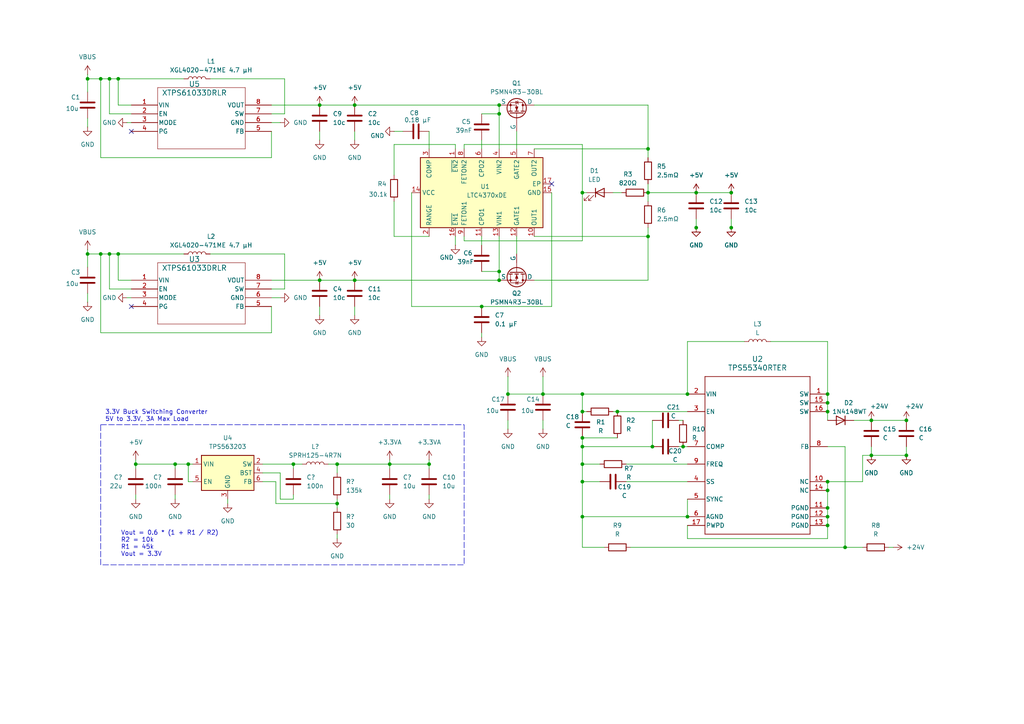
<source format=kicad_sch>
(kicad_sch (version 20250114) (generator "eeschema") (generator_version "9.0")
  (paper "A4")
  (lib_symbols
    (symbol "Device:C" (pin_numbers (hide yes)) (pin_names (offset 0.254))
      (property "Reference" "C" (at 0.635 2.54 0))
      (property "Value" "C" (at 0.635 -2.54 0))
      (symbol "C_0_1"
        (polyline (pts (xy -2.032 0.762) (xy 2.032 0.762)) (stroke (width 0.508)))
        (polyline (pts (xy -2.032 -0.762) (xy 2.032 -0.762)) (stroke (width 0.508)))
      )
      (symbol "C_1_1"
        (pin passive line (at 0 3.81 270) (length 2.794) (name "~") (number "1"))
        (pin passive line (at 0 -3.81 90) (length 2.794) (name "~") (number "2"))
      )
    )
    (symbol "Device:L" (pin_numbers (hide yes)) (pin_names (offset 1.016) (hide yes))
      (property "Reference" "L" (at -1.27 0 90))
      (property "Value" "L" (at 1.905 0 90))
      (symbol "L_0_1"
        (arc (start 0 2.54) (mid 0.6323 1.905) (end 0 1.27))
        (arc (start 0 1.27) (mid 0.6323 0.635) (end 0 0))
        (arc (start 0 0) (mid 0.6323 -0.635) (end 0 -1.27))
        (arc (start 0 -1.27) (mid 0.6323 -1.905) (end 0 -2.54))
      )
      (symbol "L_1_1"
        (pin passive line (at 0 3.81 270) (length 1.27) (name "1") (number "1"))
        (pin passive line (at 0 -3.81 90) (length 1.27) (name "2") (number "2"))
      )
    )
    (symbol "Device:LED" (pin_numbers (hide yes)) (pin_names (offset 1.016) (hide yes))
      (property "Reference" "D" (at 0 2.54 0))
      (property "Value" "LED" (at 0 -2.54 0))
      (symbol "LED_0_1"
        (polyline (pts (xy -3.048 -0.762) (xy -4.572 -2.286) (xy -3.81 -2.286) (xy -4.572 -2.286) (xy -4.572 -1.524)))
        (polyline (pts (xy -1.778 -0.762) (xy -3.302 -2.286) (xy -2.54 -2.286) (xy -3.302 -2.286) (xy -3.302 -1.524)))
        (polyline (pts (xy -1.27 0) (xy 1.27 0)))
        (polyline (pts (xy -1.27 -1.27) (xy -1.27 1.27)) (stroke (width 0.254)))
        (polyline (pts (xy 1.27 -1.27) (xy 1.27 1.27) (xy -1.27 0) (xy 1.27 -1.27)) (stroke (width 0.254)))
      )
      (symbol "LED_1_1"
        (pin passive line (at -3.81 0 0) (length 2.54) (name "K") (number "1"))
        (pin passive line (at 3.81 0 180) (length 2.54) (name "A") (number "2"))
      )
    )
    (symbol "Device:R" (pin_numbers (hide yes)) (pin_names (offset 0))
      (property "Reference" "R" (at 2.032 0 90))
      (property "Value" "R" (at 0 0 90))
      (symbol "R_0_1"
        (rectangle (start -1.016 -2.54) (end 1.016 2.54) (stroke (width 0.254)))
      )
      (symbol "R_1_1"
        (pin passive line (at 0 3.81 270) (length 1.27) (name "~") (number "1"))
        (pin passive line (at 0 -3.81 90) (length 1.27) (name "~") (number "2"))
      )
    )
    (symbol "Diode:1N4148WT" (pin_numbers (hide yes)) (pin_names (hide yes))
      (property "Reference" "D" (at 0 2.54 0))
      (property "Value" "1N4148WT" (at 0 -2.54 0))
      (symbol "1N4148WT_0_1"
        (polyline (pts (xy -1.27 1.27) (xy -1.27 -1.27)) (stroke (width 0.254)))
        (polyline (pts (xy 1.27 1.27) (xy 1.27 -1.27) (xy -1.27 0) (xy 1.27 1.27)) (stroke (width 0.254)))
        (polyline (pts (xy 1.27 0) (xy -1.27 0)))
      )
      (symbol "1N4148WT_1_1"
        (pin passive line (at -3.81 0 0) (length 2.54) (name "K") (number "1"))
        (pin passive line (at 3.81 0 180) (length 2.54) (name "A") (number "2"))
      )
    )
    (symbol "Power_Management:LTC4370xDE"
      (property "Reference" "U" (at -8.89 19.05 0))
      (property "Value" "LTC4370xDE" (at 7.62 19.05 0))
      (symbol "LTC4370xDE_0_1"
        (rectangle (start -10.16 17.78) (end 10.16 -17.78) (stroke (width 0.254)) (fill (type background)))
      )
      (symbol "LTC4370xDE_1_1"
        (pin passive line (at -12.7 15.24 0) (length 2.54) (name "RANGE") (number "2"))
        (pin input line (at -12.7 7.62 0) (length 2.54) (name "~{EN1}") (number "16"))
        (pin open_collector line (at -12.7 5.08 0) (length 2.54) (name "FETON1") (number "9"))
        (pin passive line (at -12.7 0 0) (length 2.54) (name "CPO1") (number "11"))
        (pin power_in line (at -12.7 -5.08 0) (length 2.54) (name "VIN1") (number "13"))
        (pin output line (at -12.7 -10.16 0) (length 2.54) (name "GATE1") (number "12"))
        (pin input line (at -12.7 -15.24 0) (length 2.54) (name "OUT1") (number "10"))
        (pin power_in line (at 0 20.32 270) (length 2.54) (name "VCC") (number "14"))
        (pin power_in line (at 0 -20.32 90) (length 2.54) (name "GND") (number "15"))
        (pin passive line (at 2.54 -20.32 90) (length 2.54) (name "EP") (number "17"))
        (pin passive line (at 12.7 15.24 180) (length 2.54) (name "COMP") (number "3"))
        (pin input line (at 12.7 7.62 180) (length 2.54) (name "~{EN2}") (number "1"))
        (pin open_collector line (at 12.7 5.08 180) (length 2.54) (name "FETON2") (number "8"))
        (pin passive line (at 12.7 0 180) (length 2.54) (name "CPO2") (number "6"))
        (pin power_in line (at 12.7 -5.08 180) (length 2.54) (name "VIN2") (number "4"))
        (pin output line (at 12.7 -10.16 180) (length 2.54) (name "GATE2") (number "5"))
        (pin input line (at 12.7 -15.24 180) (length 2.54) (name "OUT2") (number "7"))
      )
    )
    (symbol "Regulator_Switching:TPS563203"
      (property "Reference" "U" (at -7.62 6.35 0))
      (property "Value" "TPS563203" (at -2.54 6.35 0))
      (symbol "TPS563203_0_1"
        (rectangle (start -7.62 5.08) (end 7.62 -5.08) (stroke (width 0.254)) (fill (type background)))
      )
      (symbol "TPS563203_1_1"
        (pin power_in line (at -10.16 2.54 0) (length 2.54) (name "VIN") (number "1"))
        (pin input line (at -10.16 -2.54 0) (length 2.54) (name "EN") (number "5"))
        (pin power_in line (at 0 -7.62 90) (length 2.54) (name "GND") (number "3"))
        (pin output line (at 10.16 2.54 180) (length 2.54) (name "SW") (number "2"))
        (pin passive line (at 10.16 0 180) (length 2.54) (name "BST") (number "4"))
        (pin input line (at 10.16 -2.54 180) (length 2.54) (name "FB") (number "6"))
      )
    )
    (symbol "Simulation_SPICE:NMOS" (pin_numbers (hide yes)) (pin_names (offset 0))
      (property "Reference" "Q" (at 5.08 1.27 0))
      (property "Value" "NMOS" (at 5.08 -1.27 0))
      (symbol "NMOS_0_1"
        (polyline (pts (xy 0.254 1.905) (xy 0.254 -1.905)) (stroke (width 0.254)))
        (polyline (pts (xy 0.254 0) (xy -2.54 0)))
        (polyline (pts (xy 0.762 2.286) (xy 0.762 1.27)) (stroke (width 0.254)))
        (polyline (pts (xy 0.762 0.508) (xy 0.762 -0.508)) (stroke (width 0.254)))
        (polyline (pts (xy 0.762 -1.27) (xy 0.762 -2.286)) (stroke (width 0.254)))
        (polyline (pts (xy 0.762 -1.778) (xy 3.302 -1.778) (xy 3.302 1.778) (xy 0.762 1.778)))
        (polyline (pts (xy 1.016 0) (xy 2.032 0.381) (xy 2.032 -0.381) (xy 1.016 0)) (fill (type outline)))
        (circle (center 1.651 0) (radius 2.794) (stroke (width 0.254)))
        (polyline (pts (xy 2.54 2.54) (xy 2.54 1.778)))
        (circle (center 2.54 1.778) (radius 0.254) (fill (type outline)))
        (circle (center 2.54 -1.778) (radius 0.254) (fill (type outline)))
        (polyline (pts (xy 2.54 -2.54) (xy 2.54 0) (xy 0.762 0)))
        (polyline (pts (xy 2.794 0.508) (xy 2.921 0.381) (xy 3.683 0.381) (xy 3.81 0.254)))
        (polyline (pts (xy 3.302 0.381) (xy 2.921 -0.254) (xy 3.683 -0.254) (xy 3.302 0.381)))
      )
      (symbol "NMOS_1_1"
        (pin input line (at -5.08 0 0) (length 2.54) (name "G") (number "2"))
        (pin passive line (at 2.54 5.08 270) (length 2.54) (name "D") (number "1"))
        (pin passive line (at 2.54 -5.08 90) (length 2.54) (name "S") (number "3"))
      )
    )
    (symbol "TPS55340RTER:TPS55340RTER" (pin_names (offset 0.254))
      (property "Reference" "U" (at 0 2.54 0))
      (property "Value" "TPS55340RTER" (at 0 0 0))
      (symbol "TPS55340RTER_0_1"
        (polyline (pts (xy -15.24 22.86) (xy -15.24 -22.86)) (stroke (width 0.2032)))
        (polyline (pts (xy -15.24 -22.86) (xy 15.24 -22.86)) (stroke (width 0.2032)))
        (polyline (pts (xy 15.24 22.86) (xy -15.24 22.86)) (stroke (width 0.2032)))
        (polyline (pts (xy 15.24 -22.86) (xy 15.24 22.86)) (stroke (width 0.2032)))
        (pin power_in line (at -20.32 17.78 0) (length 5.08) (name "VIN") (number "2"))
        (pin input line (at -20.32 12.7 0) (length 5.08) (name "EN") (number "3"))
        (pin output line (at -20.32 2.54 0) (length 5.08) (name "COMP") (number "7"))
        (pin input line (at -20.32 -2.54 0) (length 5.08) (name "FREQ") (number "9"))
        (pin input line (at -20.32 -7.62 0) (length 5.08) (name "SS") (number "4"))
        (pin input line (at -20.32 -12.7 0) (length 5.08) (name "SYNC") (number "5"))
        (pin power_in line (at -20.32 -17.78 0) (length 5.08) (name "AGND") (number "6"))
        (pin power_in line (at -20.32 -20.32 0) (length 5.08) (name "PWPD") (number "17"))
        (pin power_in line (at 20.32 17.78 180) (length 5.08) (name "SW") (number "1"))
        (pin power_in line (at 20.32 15.24 180) (length 5.08) (name "SW") (number "15"))
        (pin power_in line (at 20.32 12.7 180) (length 5.08) (name "SW") (number "16"))
        (pin input line (at 20.32 2.54 180) (length 5.08) (name "FB") (number "8"))
        (pin unspecified line (at 20.32 -7.62 180) (length 5.08) (name "NC") (number "10"))
        (pin unspecified line (at 20.32 -10.16 180) (length 5.08) (name "NC") (number "14"))
        (pin power_in line (at 20.32 -15.24 180) (length 5.08) (name "PGND") (number "11"))
        (pin power_in line (at 20.32 -17.78 180) (length 5.08) (name "PGND") (number "12"))
        (pin power_in line (at 20.32 -20.32 180) (length 5.08) (name "PGND") (number "13"))
      )
    )
    (symbol "TPS61033DRLR:XTPS61033DRLR" (pin_names (offset 0.254))
      (property "Reference" "U" (at 20.32 10.16 0))
      (property "Value" "XTPS61033DRLR" (at 20.32 7.62 0))
      (symbol "XTPS61033DRLR_0_1"
        (polyline (pts (xy 7.62 5.08) (xy 7.62 -12.7)) (stroke (width 0.127)))
        (polyline (pts (xy 7.62 -12.7) (xy 33.02 -12.7)) (stroke (width 0.127)))
        (polyline (pts (xy 33.02 5.08) (xy 7.62 5.08)) (stroke (width 0.127)))
        (polyline (pts (xy 33.02 -12.7) (xy 33.02 5.08)) (stroke (width 0.127)))
        (pin power_in line (at 0 0 0) (length 7.62) (name "VIN") (number "1"))
        (pin input line (at 0 -2.54 0) (length 7.62) (name "EN") (number "2"))
        (pin input line (at 0 -5.08 0) (length 7.62) (name "MODE") (number "3"))
        (pin output line (at 0 -7.62 0) (length 7.62) (name "PG") (number "4"))
        (pin output line (at 40.64 0 180) (length 7.62) (name "VOUT") (number "8"))
        (pin unspecified line (at 40.64 -2.54 180) (length 7.62) (name "SW") (number "7"))
        (pin power_out line (at 40.64 -5.08 180) (length 7.62) (name "GND") (number "6"))
        (pin input line (at 40.64 -7.62 180) (length 7.62) (name "FB") (number "5"))
      )
    )
    (symbol "power:+24V" (power) (pin_numbers (hide yes)) (pin_names (offset 0) (hide yes))
      (property "Value" "+24V" (at 0 3.556 0))
      (symbol "+24V_0_1"
        (polyline (pts (xy -0.762 1.27) (xy 0 2.54)))
        (polyline (pts (xy 0 2.54) (xy 0.762 1.27)))
        (polyline (pts (xy 0 0) (xy 0 2.54)))
      )
      (symbol "+24V_1_1"
        (pin power_in line (at 0 0 90) (length 0) (name "~") (number "1"))
      )
    )
    (symbol "power:+3.3VA" (power) (pin_numbers (hide yes)) (pin_names (offset 0) (hide yes))
      (property "Value" "+3.3VA" (at 0 3.556 0))
      (symbol "+3.3VA_0_1"
        (polyline (pts (xy -0.762 1.27) (xy 0 2.54)))
        (polyline (pts (xy 0 2.54) (xy 0.762 1.27)))
        (polyline (pts (xy 0 0) (xy 0 2.54)))
      )
      (symbol "+3.3VA_1_1"
        (pin power_in line (at 0 0 90) (length 0) (name "~") (number "1"))
      )
    )
    (symbol "power:+5V" (power) (pin_numbers (hide yes)) (pin_names (offset 0) (hide yes))
      (property "Value" "+5V" (at 0 3.556 0))
      (symbol "+5V_0_1"
        (polyline (pts (xy -0.762 1.27) (xy 0 2.54)))
        (polyline (pts (xy 0 2.54) (xy 0.762 1.27)))
        (polyline (pts (xy 0 0) (xy 0 2.54)))
      )
      (symbol "+5V_1_1"
        (pin power_in line (at 0 0 90) (length 0) (name "~") (number "1"))
      )
    )
    (symbol "power:GND" (power) (pin_numbers (hide yes)) (pin_names (offset 0) (hide yes))
      (property "Value" "GND" (at 0 -3.81 0))
      (symbol "GND_0_1"
        (polyline (pts (xy 0 0) (xy 0 -1.27) (xy 1.27 -1.27) (xy 0 -2.54) (xy -1.27 -1.27) (xy 0 -1.27)))
      )
      (symbol "GND_1_1"
        (pin power_in line (at 0 0 270) (length 0) (name "~") (number "1"))
      )
    )
    (symbol "power:VBUS" (power) (pin_numbers (hide yes)) (pin_names (offset 0) (hide yes))
      (property "Value" "VBUS" (at 0 3.556 0))
      (symbol "VBUS_0_1"
        (polyline (pts (xy -0.762 1.27) (xy 0 2.54)))
        (polyline (pts (xy 0 2.54) (xy 0.762 1.27)))
        (polyline (pts (xy 0 0) (xy 0 2.54)))
      )
      (symbol "VBUS_1_1"
        (pin power_in line (at 0 0 90) (length 0) (name "~") (number "1"))
      )
    )
  )
  (rectangle (start 29.21 123.19) (end 134.62 163.83) (stroke (width 0) (type dash)))
  (text "3.3V Buck Switching Converter\n5V to 3.3V, 3A Max Load\n" (at 30.48 120.65 0) (effects (font (size 1.27 1.27)) (justify left)))
  (text "Vout = 0.6 * (1 + R1 / R2)\nR2 = 10k\nR1 = 45k\nVout = 3.3V" (at 35.052 157.734 0) (effects (font (size 1.27 1.27)) (justify left)))
  (junction (at 144.78 30.48))
  (junction (at 240.03 142.24))
  (junction (at 262.89 121.92))
  (junction (at 201.93 66.04))
  (junction (at 240.03 139.7))
  (junction (at 168.91 119.38))
  (junction (at 39.37 134.62))
  (junction (at 85.09 134.62))
  (junction (at 245.11 158.75))
  (junction (at 97.79 134.62))
  (junction (at 240.03 119.38))
  (junction (at 144.78 78.74))
  (junction (at 168.91 114.3))
  (junction (at 147.32 114.3))
  (junction (at 168.91 134.62))
  (junction (at 102.87 30.48))
  (junction (at 25.4 22.86))
  (junction (at 97.79 146.05))
  (junction (at 199.39 114.3))
  (junction (at 34.29 73.66))
  (junction (at 212.09 66.04))
  (junction (at 252.73 132.08))
  (junction (at 187.96 55.88))
  (junction (at 240.03 114.3))
  (junction (at 144.78 33.02))
  (junction (at 168.91 55.88))
  (junction (at 168.91 127))
  (junction (at 34.29 22.86))
  (junction (at 25.4 73.66))
  (junction (at 139.7 88.9))
  (junction (at 252.73 121.92))
  (junction (at 187.96 43.18))
  (junction (at 157.48 114.3))
  (junction (at 262.89 132.08))
  (junction (at 92.71 81.28))
  (junction (at 113.03 134.62))
  (junction (at 179.07 119.38))
  (junction (at 54.61 134.62))
  (junction (at 168.91 129.54))
  (junction (at 168.91 149.86))
  (junction (at 240.03 149.86))
  (junction (at 29.21 22.86))
  (junction (at 212.09 55.88))
  (junction (at 240.03 116.84))
  (junction (at 168.91 139.7))
  (junction (at 29.21 73.66))
  (junction (at 124.46 134.62))
  (junction (at 198.12 129.54))
  (junction (at 92.71 30.48))
  (junction (at 31.75 22.86))
  (junction (at 199.39 149.86))
  (junction (at 31.75 73.66))
  (junction (at 144.78 81.28))
  (junction (at 201.93 55.88))
  (junction (at 189.23 129.54))
  (junction (at 240.03 152.4))
  (junction (at 102.87 81.28))
  (junction (at 50.8 134.62))
  (junction (at 240.03 147.32))
  (junction (at 187.96 68.58))
  (no_connect (at 160.02 53.34))
  (no_connect (at 38.1 88.9))
  (no_connect (at 38.1 38.1))
  (wire (pts (xy 177.8 119.38) (xy 179.07 119.38)))
  (wire (pts (xy 97.79 134.62) (xy 113.03 134.62)))
  (wire (pts (xy 168.91 134.62) (xy 168.91 139.7)))
  (wire (pts (xy 92.71 30.48) (xy 102.87 30.48)))
  (wire (pts (xy 54.61 134.62) (xy 55.88 134.62)))
  (wire (pts (xy 31.75 83.82) (xy 38.1 83.82)))
  (wire (pts (xy 34.29 81.28) (xy 38.1 81.28)))
  (wire (pts (xy 114.3 68.58) (xy 114.3 58.42)))
  (wire (pts (xy 147.32 109.22) (xy 147.32 114.3)))
  (wire (pts (xy 132.08 41.91) (xy 132.08 43.18)))
  (wire (pts (xy 39.37 133.35) (xy 39.37 134.62)))
  (wire (pts (xy 134.62 43.18) (xy 134.62 41.91)))
  (wire (pts (xy 85.09 134.62) (xy 76.2 134.62)))
  (wire (pts (xy 187.96 68.58) (xy 187.96 66.04)))
  (wire (pts (xy 25.4 21.59) (xy 25.4 22.86)))
  (wire (pts (xy 78.74 45.72) (xy 29.21 45.72)))
  (wire (pts (xy 134.62 68.58) (xy 134.62 69.85)))
  (wire (pts (xy 168.91 139.7) (xy 168.91 149.86)))
  (wire (pts (xy 168.91 149.86) (xy 199.39 149.86)))
  (wire (pts (xy 240.03 139.7) (xy 250.19 139.7)))
  (wire (pts (xy 168.91 119.38) (xy 170.18 119.38)))
  (wire (pts (xy 124.46 68.58) (xy 114.3 68.58)))
  (wire (pts (xy 113.03 144.78) (xy 113.03 143.51)))
  (wire (pts (xy 154.94 30.48) (xy 187.96 30.48)))
  (wire (pts (xy 102.87 81.28) (xy 144.78 81.28)))
  (wire (pts (xy 262.89 129.54) (xy 262.89 132.08)))
  (wire (pts (xy 245.11 158.75) (xy 250.19 158.75)))
  (wire (pts (xy 29.21 45.72) (xy 29.21 22.86)))
  (wire (pts (xy 78.74 30.48) (xy 92.71 30.48)))
  (wire (pts (xy 154.94 81.28) (xy 187.96 81.28)))
  (wire (pts (xy 240.03 114.3) (xy 240.03 116.84)))
  (wire (pts (xy 113.03 134.62) (xy 124.46 134.62)))
  (wire (pts (xy 25.4 22.86) (xy 25.4 26.67)))
  (wire (pts (xy 168.91 129.54) (xy 189.23 129.54)))
  (wire (pts (xy 113.03 134.62) (xy 113.03 133.35)))
  (wire (pts (xy 124.46 134.62) (xy 124.46 135.89)))
  (wire (pts (xy 31.75 73.66) (xy 34.29 73.66)))
  (wire (pts (xy 168.91 139.7) (xy 173.99 139.7)))
  (wire (pts (xy 102.87 30.48) (xy 144.78 30.48)))
  (wire (pts (xy 78.74 35.56) (xy 81.28 35.56)))
  (wire (pts (xy 97.79 134.62) (xy 97.79 137.16)))
  (wire (pts (xy 114.3 50.8) (xy 114.3 41.91)))
  (wire (pts (xy 187.96 43.18) (xy 187.96 45.72)))
  (wire (pts (xy 55.88 139.7) (xy 54.61 139.7)))
  (wire (pts (xy 81.28 137.16) (xy 81.28 144.78)))
  (wire (pts (xy 29.21 73.66) (xy 25.4 73.66)))
  (wire (pts (xy 149.86 68.58) (xy 149.86 73.66)))
  (wire (pts (xy 144.78 33.02) (xy 144.78 43.18)))
  (wire (pts (xy 149.86 38.1) (xy 149.86 43.18)))
  (wire (pts (xy 139.7 68.58) (xy 139.7 71.12)))
  (wire (pts (xy 199.39 99.06) (xy 199.39 114.3)))
  (wire (pts (xy 179.07 119.38) (xy 199.39 119.38)))
  (wire (pts (xy 245.11 129.54) (xy 245.11 158.75)))
  (wire (pts (xy 78.74 88.9) (xy 78.74 96.52)))
  (wire (pts (xy 102.87 88.9) (xy 102.87 91.44)))
  (wire (pts (xy 139.7 96.52) (xy 139.7 97.79)))
  (wire (pts (xy 39.37 134.62) (xy 50.8 134.62)))
  (wire (pts (xy 119.38 55.88) (xy 119.38 88.9)))
  (wire (pts (xy 168.91 158.75) (xy 175.26 158.75)))
  (wire (pts (xy 168.91 127) (xy 168.91 129.54)))
  (wire (pts (xy 181.61 134.62) (xy 199.39 134.62)))
  (wire (pts (xy 50.8 134.62) (xy 54.61 134.62)))
  (wire (pts (xy 182.88 158.75) (xy 245.11 158.75)))
  (wire (pts (xy 81.28 144.78) (xy 85.09 144.78)))
  (wire (pts (xy 80.01 139.7) (xy 80.01 146.05)))
  (wire (pts (xy 29.21 96.52) (xy 29.21 73.66)))
  (wire (pts (xy 139.7 33.02) (xy 144.78 33.02)))
  (wire (pts (xy 76.2 137.16) (xy 81.28 137.16)))
  (wire (pts (xy 124.46 144.78) (xy 124.46 143.51)))
  (wire (pts (xy 97.79 146.05) (xy 97.79 144.78)))
  (wire (pts (xy 215.9 99.06) (xy 199.39 99.06)))
  (wire (pts (xy 78.74 96.52) (xy 29.21 96.52)))
  (wire (pts (xy 201.93 63.5) (xy 201.93 66.04)))
  (wire (pts (xy 31.75 22.86) (xy 34.29 22.86)))
  (wire (pts (xy 240.03 147.32) (xy 240.03 149.86)))
  (wire (pts (xy 187.96 53.34) (xy 187.96 55.88)))
  (wire (pts (xy 168.91 69.85) (xy 168.91 55.88)))
  (wire (pts (xy 187.96 55.88) (xy 187.96 58.42)))
  (wire (pts (xy 25.4 34.29) (xy 25.4 36.83)))
  (wire (pts (xy 97.79 156.21) (xy 97.79 154.94)))
  (wire (pts (xy 31.75 33.02) (xy 38.1 33.02)))
  (wire (pts (xy 114.3 41.91) (xy 132.08 41.91)))
  (wire (pts (xy 124.46 133.35) (xy 124.46 134.62)))
  (wire (pts (xy 181.61 139.7) (xy 199.39 139.7)))
  (wire (pts (xy 66.04 146.05) (xy 66.04 144.78)))
  (wire (pts (xy 92.71 88.9) (xy 92.71 91.44)))
  (wire (pts (xy 124.46 38.1) (xy 124.46 43.18)))
  (wire (pts (xy 250.19 139.7) (xy 250.19 132.08)))
  (wire (pts (xy 36.83 35.56) (xy 38.1 35.56)))
  (wire (pts (xy 240.03 149.86) (xy 240.03 152.4)))
  (wire (pts (xy 29.21 22.86) (xy 25.4 22.86)))
  (wire (pts (xy 134.62 69.85) (xy 168.91 69.85)))
  (wire (pts (xy 157.48 109.22) (xy 157.48 114.3)))
  (wire (pts (xy 134.62 41.91) (xy 168.91 41.91)))
  (wire (pts (xy 139.7 88.9) (xy 160.02 88.9)))
  (wire (pts (xy 196.85 121.92) (xy 198.12 121.92)))
  (wire (pts (xy 92.71 38.1) (xy 92.71 40.64)))
  (wire (pts (xy 29.21 73.66) (xy 31.75 73.66)))
  (wire (pts (xy 187.96 55.88) (xy 201.93 55.88)))
  (wire (pts (xy 29.21 22.86) (xy 31.75 22.86)))
  (wire (pts (xy 252.73 132.08) (xy 262.89 132.08)))
  (wire (pts (xy 252.73 129.54) (xy 252.73 132.08)))
  (wire (pts (xy 78.74 86.36) (xy 81.28 86.36)))
  (wire (pts (xy 80.01 146.05) (xy 97.79 146.05)))
  (wire (pts (xy 154.94 43.18) (xy 187.96 43.18)))
  (wire (pts (xy 34.29 30.48) (xy 38.1 30.48)))
  (wire (pts (xy 147.32 114.3) (xy 157.48 114.3)))
  (wire (pts (xy 31.75 83.82) (xy 31.75 73.66)))
  (wire (pts (xy 82.55 73.66) (xy 82.55 83.82)))
  (wire (pts (xy 102.87 38.1) (xy 102.87 40.64)))
  (wire (pts (xy 168.91 114.3) (xy 168.91 119.38)))
  (wire (pts (xy 34.29 73.66) (xy 34.29 81.28)))
  (wire (pts (xy 187.96 30.48) (xy 187.96 43.18)))
  (wire (pts (xy 139.7 40.64) (xy 139.7 43.18)))
  (wire (pts (xy 240.03 142.24) (xy 240.03 147.32)))
  (wire (pts (xy 196.85 129.54) (xy 198.12 129.54)))
  (wire (pts (xy 87.63 134.62) (xy 85.09 134.62)))
  (wire (pts (xy 144.78 68.58) (xy 144.78 78.74)))
  (wire (pts (xy 92.71 81.28) (xy 102.87 81.28)))
  (wire (pts (xy 240.03 116.84) (xy 240.03 119.38)))
  (wire (pts (xy 168.91 114.3) (xy 199.39 114.3)))
  (wire (pts (xy 97.79 147.32) (xy 97.79 146.05)))
  (wire (pts (xy 60.96 73.66) (xy 82.55 73.66)))
  (wire (pts (xy 250.19 132.08) (xy 252.73 132.08)))
  (wire (pts (xy 247.65 121.92) (xy 252.73 121.92)))
  (wire (pts (xy 240.03 139.7) (xy 240.03 142.24)))
  (wire (pts (xy 240.03 119.38) (xy 240.03 121.92)))
  (wire (pts (xy 25.4 72.39) (xy 25.4 73.66)))
  (wire (pts (xy 257.81 158.75) (xy 259.08 158.75)))
  (wire (pts (xy 157.48 121.92) (xy 157.48 124.46)))
  (wire (pts (xy 199.39 152.4) (xy 199.39 156.21)))
  (wire (pts (xy 39.37 144.78) (xy 39.37 143.51)))
  (wire (pts (xy 50.8 134.62) (xy 50.8 135.89)))
  (wire (pts (xy 132.08 68.58) (xy 132.08 71.12)))
  (wire (pts (xy 50.8 144.78) (xy 50.8 143.51)))
  (wire (pts (xy 60.96 22.86) (xy 82.55 22.86)))
  (wire (pts (xy 114.3 38.1) (xy 116.84 38.1)))
  (wire (pts (xy 157.48 114.3) (xy 168.91 114.3)))
  (wire (pts (xy 240.03 152.4) (xy 240.03 156.21)))
  (wire (pts (xy 85.09 134.62) (xy 85.09 135.89)))
  (wire (pts (xy 170.18 55.88) (xy 168.91 55.88)))
  (wire (pts (xy 119.38 88.9) (xy 139.7 88.9)))
  (wire (pts (xy 85.09 143.51) (xy 85.09 144.78)))
  (wire (pts (xy 198.12 129.54) (xy 199.39 129.54)))
  (wire (pts (xy 39.37 134.62) (xy 39.37 135.89)))
  (wire (pts (xy 240.03 99.06) (xy 223.52 99.06)))
  (wire (pts (xy 78.74 38.1) (xy 78.74 45.72)))
  (wire (pts (xy 139.7 78.74) (xy 144.78 78.74)))
  (wire (pts (xy 199.39 144.78) (xy 199.39 149.86)))
  (wire (pts (xy 144.78 30.48) (xy 144.78 33.02)))
  (wire (pts (xy 240.03 156.21) (xy 199.39 156.21)))
  (wire (pts (xy 34.29 22.86) (xy 34.29 30.48)))
  (wire (pts (xy 168.91 41.91) (xy 168.91 55.88)))
  (wire (pts (xy 25.4 85.09) (xy 25.4 87.63)))
  (wire (pts (xy 54.61 134.62) (xy 54.61 139.7)))
  (wire (pts (xy 240.03 129.54) (xy 245.11 129.54)))
  (wire (pts (xy 177.8 55.88) (xy 180.34 55.88)))
  (wire (pts (xy 147.32 121.92) (xy 147.32 124.46)))
  (wire (pts (xy 95.25 134.62) (xy 97.79 134.62)))
  (wire (pts (xy 113.03 134.62) (xy 113.03 135.89)))
  (wire (pts (xy 252.73 121.92) (xy 262.89 121.92)))
  (wire (pts (xy 189.23 121.92) (xy 189.23 129.54)))
  (wire (pts (xy 212.09 63.5) (xy 212.09 66.04)))
  (wire (pts (xy 168.91 129.54) (xy 168.91 134.62)))
  (wire (pts (xy 36.83 86.36) (xy 38.1 86.36)))
  (wire (pts (xy 144.78 78.74) (xy 144.78 81.28)))
  (wire (pts (xy 76.2 139.7) (xy 80.01 139.7)))
  (wire (pts (xy 240.03 99.06) (xy 240.03 114.3)))
  (wire (pts (xy 201.93 55.88) (xy 212.09 55.88)))
  (wire (pts (xy 168.91 134.62) (xy 173.99 134.62)))
  (wire (pts (xy 160.02 55.88) (xy 160.02 88.9)))
  (wire (pts (xy 34.29 73.66) (xy 53.34 73.66)))
  (wire (pts (xy 168.91 127) (xy 179.07 127)))
  (wire (pts (xy 78.74 81.28) (xy 92.71 81.28)))
  (wire (pts (xy 168.91 149.86) (xy 168.91 158.75)))
  (wire (pts (xy 82.55 22.86) (xy 82.55 33.02)))
  (wire (pts (xy 154.94 68.58) (xy 187.96 68.58)))
  (wire (pts (xy 78.74 33.02) (xy 82.55 33.02)))
  (wire (pts (xy 34.29 22.86) (xy 53.34 22.86)))
  (wire (pts (xy 31.75 33.02) (xy 31.75 22.86)))
  (wire (pts (xy 78.74 83.82) (xy 82.55 83.82)))
  (wire (pts (xy 187.96 81.28) (xy 187.96 68.58)))
  (wire (pts (xy 25.4 73.66) (xy 25.4 77.47)))
  (symbol (lib_id "Device:C") (at 39.37 139.7 0) (mirror y) (unit 1)
    (property "Reference" "C?" (at 35.56 138.4299 0) (effects (justify left)))
    (property "Value" "22u" (at 35.56 140.9699 0) (effects (justify left)))
    (property "Footprint" "Capacitor_SMD:C_0603_1608Metric" (effects (hide yes)))
    (property "Description" "Unpolarized capacitor" (effects (hide yes)))
  )
  (symbol (lib_id "Device:C") (at 168.91 123.19 0) (unit 1)
    (property "Reference" "C18" (at 164.084 120.904 0) (effects (justify left)))
    (property "Value" "C" (at 164.084 123.444 0) (effects (justify left)))
    (property "Description" "Unpolarized capacitor" (effects (hide yes)))
  )
  (symbol (lib_id "Device:C") (at 193.04 121.92 90) (unit 1)
    (property "Reference" "C21" (at 195.326 118.11 90))
    (property "Value" "C" (at 195.326 120.65 90))
    (property "Description" "Unpolarized capacitor" (effects (hide yes)))
  )
  (symbol (lib_id "power:+5V") (at 102.87 30.48 0) (unit 1)
    (property "Reference" "#PWR07" (effects (hide yes)))
    (property "Value" "+5V" (at 102.87 25.4 0))
    (property "Description" "Power symbol creates a global label with name \"+5V\"" (effects (hide yes)))
  )
  (symbol (lib_id "power:+5V") (at 92.71 81.28 0) (unit 1)
    (property "Reference" "#PWR09" (effects (hide yes)))
    (property "Value" "+5V" (at 92.71 76.2 0))
    (property "Description" "Power symbol creates a global label with name \"+5V\"" (effects (hide yes)))
  )
  (symbol (lib_id "Device:L") (at 57.15 73.66 90) (unit 1)
    (property "Reference" "L2" (at 61.214 68.58 90))
    (property "Value" "XGL4020-471ME 4.7 µH" (at 61.214 71.12 90))
    (property "Description" "Inductor" (effects (hide yes)))
  )
  (symbol (lib_id "Device:C") (at 139.7 74.93 0) (unit 1)
    (property "Reference" "C6" (at 134.366 73.406 0) (effects (justify left)))
    (property "Value" "39nF" (at 132.588 75.946 0) (effects (justify left)))
    (property "Description" "Unpolarized capacitor" (effects (hide yes)))
  )
  (symbol (lib_id "power:GND") (at 212.09 66.04 0) (unit 1)
    (property "Reference" "#PWR031" (effects (hide yes)))
    (property "Value" "GND" (at 212.09 71.12 0))
    (property "Description" "Power symbol creates a global label with name \"GND\" , ground" (effects (hide yes)))
  )
  (symbol (lib_id "power:+5V") (at 212.09 55.88 0) (unit 1)
    (property "Reference" "#PWR025" (effects (hide yes)))
    (property "Value" "+5V" (at 212.09 50.8 0))
    (property "Description" "Power symbol creates a global label with name \"+5V\"" (effects (hide yes)))
  )
  (symbol (lib_id "Device:C") (at 25.4 81.28 0) (unit 1)
    (property "Reference" "C3" (at 20.574 78.994 0) (effects (justify left)))
    (property "Value" "10u" (at 19.05 82.296 0) (effects (justify left)))
    (property "Description" "Unpolarized capacitor" (effects (hide yes)))
  )
  (symbol (lib_id "Device:R") (at 97.79 140.97 0) (unit 1)
    (property "Reference" "R?" (at 100.33 139.6999 0) (effects (justify left)))
    (property "Value" "135k" (at 100.33 142.2399 0) (effects (justify left)))
    (property "Footprint" "Resistor_SMD:R_0603_1608Metric" (effects (hide yes)))
    (property "Description" "Resistor" (effects (hide yes)))
  )
  (symbol (lib_id "Device:R") (at 179.07 158.75 90) (unit 1)
    (property "Reference" "R9" (at 179.07 152.4 90))
    (property "Value" "R" (at 179.07 154.94 90))
    (property "Description" "Resistor" (effects (hide yes)))
  )
  (symbol (lib_id "power:GND") (at 102.87 40.64 0) (unit 1)
    (property "Reference" "#PWR04" (effects (hide yes)))
    (property "Value" "GND" (at 102.87 45.72 0))
    (property "Description" "Power symbol creates a global label with name \"GND\" , ground" (effects (hide yes)))
  )
  (symbol (lib_id "power:+5V") (at 201.93 55.88 0) (unit 1)
    (property "Reference" "#PWR023" (effects (hide yes)))
    (property "Value" "+5V" (at 201.93 50.8 0))
    (property "Description" "Power symbol creates a global label with name \"+5V\"" (effects (hide yes)))
  )
  (symbol (lib_id "power:+24V") (at 252.73 121.92 0) (unit 1)
    (property "Reference" "#PWR040" (effects (hide yes)))
    (property "Value" "+24V" (at 255.016 117.856 0))
    (property "Description" "Power symbol creates a global label with name \"+24V\"" (effects (hide yes)))
  )
  (symbol (lib_id "Device:C") (at 92.71 85.09 0) (unit 1)
    (property "Reference" "C4" (at 96.52 83.8199 0) (effects (justify left)))
    (property "Value" "10c" (at 96.52 86.3599 0) (effects (justify left)))
    (property "Description" "Unpolarized capacitor" (effects (hide yes)))
  )
  (symbol (lib_id "Device:C") (at 139.7 36.83 0) (unit 1)
    (property "Reference" "C5" (at 133.858 35.306 0) (effects (justify left)))
    (property "Value" "39nF" (at 132.08 37.846 0) (effects (justify left)))
    (property "Description" "Unpolarized capacitor" (effects (hide yes)))
  )
  (symbol (lib_id "Device:C") (at 50.8 139.7 0) (mirror y) (unit 1)
    (property "Reference" "C?" (at 46.99 138.4299 0) (effects (justify left)))
    (property "Value" "100n" (at 46.99 140.9699 0) (effects (justify left)))
    (property "Footprint" "Capacitor_SMD:C_0603_1608Metric" (effects (hide yes)))
    (property "Description" "Unpolarized capacitor" (effects (hide yes)))
  )
  (symbol (lib_id "Device:L") (at 91.44 134.62 90) (unit 1)
    (property "Reference" "L?" (at 91.44 129.54 90))
    (property "Value" "SPRH125-4R7N" (at 91.44 132.08 90))
    (property "Footprint" "Unify:IND_BOURNS_SRN6045" (effects (hide yes)))
    (property "Description" "Inductor, SRN6045, Bourns" (effects (hide yes)))
  )
  (symbol (lib_id "Device:C") (at 92.71 34.29 0) (unit 1)
    (property "Reference" "C9" (at 96.52 33.0199 0) (effects (justify left)))
    (property "Value" "10c" (at 96.52 35.5599 0) (effects (justify left)))
    (property "Description" "Unpolarized capacitor" (effects (hide yes)))
  )
  (symbol (lib_id "Power_Management:LTC4370xDE") (at 139.7 55.88 90) (unit 1)
    (property "Reference" "U1" (at 140.716 54.102 90))
    (property "Value" "LTC4370xDE" (at 141.224 56.642 90))
    (property "Footprint" "Package_DFN_QFN:DFN-16-1EP_3x4mm_P0.45mm_EP1.7x3.3mm" (effects (hide yes)))
    (property "Datasheet" "https://www.analog.com/media/en/technical-documentation/data-sheets/4370f.pdf" (effects (hide yes)))
    (property "Description" "OR Controller Current Sharing Controller N-Channel 2:1, DFN-16" (effects (hide yes)))
  )
  (symbol (lib_id "power:GND") (at 97.79 156.21 0) (mirror y) (unit 1)
    (property "Reference" "#PWR?" (effects (hide yes)))
    (property "Value" "GND" (at 97.79 161.29 0))
    (property "Description" "Power symbol creates a global label with name \"GND\" , ground" (effects (hide yes)))
  )
  (symbol (lib_id "Device:C") (at 252.73 125.73 0) (unit 1)
    (property "Reference" "C15" (at 256.032 124.46 0) (effects (justify left)))
    (property "Value" "C" (at 256.032 127 0) (effects (justify left)))
    (property "Description" "Unpolarized capacitor" (effects (hide yes)))
  )
  (symbol (lib_id "power:+5V") (at 92.71 30.48 0) (unit 1)
    (property "Reference" "#PWR017" (effects (hide yes)))
    (property "Value" "+5V" (at 92.71 25.4 0))
    (property "Description" "Power symbol creates a global label with name \"+5V\"" (effects (hide yes)))
  )
  (symbol (lib_id "Device:R") (at 254 158.75 90) (unit 1)
    (property "Reference" "R8" (at 254 152.4 90))
    (property "Value" "R" (at 254 154.94 90))
    (property "Description" "Resistor" (effects (hide yes)))
  )
  (symbol (lib_id "Device:R") (at 198.12 125.73 0) (unit 1)
    (property "Reference" "R10" (at 200.66 124.4599 0) (effects (justify left)))
    (property "Value" "R" (at 200.66 126.9999 0) (effects (justify left)))
    (property "Description" "Resistor" (effects (hide yes)))
  )
  (symbol (lib_id "power:GND") (at 201.93 66.04 0) (unit 1)
    (property "Reference" "#PWR029" (effects (hide yes)))
    (property "Value" "GND" (at 201.93 71.12 0))
    (property "Description" "Power symbol creates a global label with name \"GND\" , ground" (effects (hide yes)))
  )
  (symbol (lib_id "power:+3.3VA") (at 113.03 133.35 0) (unit 1)
    (property "Reference" "#PWR?" (effects (hide yes)))
    (property "Value" "+3.3VA" (at 113.03 128.27 0))
    (property "Description" "Power symbol creates a global label with name \"+3.3VA\"" (effects (hide yes)))
  )
  (symbol (lib_id "Simulation_SPICE:NMOS") (at 149.86 33.02 270) (mirror x) (unit 1)
    (property "Reference" "Q1" (at 149.86 24.13 90))
    (property "Value" "PSMN4R3-30BL" (at 149.86 26.67 90))
    (property "Datasheet" "https://ngspice.sourceforge.io/docs/ngspice-html-manual/manual.xhtml#cha_MOSFETs" (effects (hide yes)))
    (property "Description" "N-MOSFET transistor, drain/source/gate" (effects (hide yes)))
    (property "Sim.Device" "NMOS" (effects (hide yes)))
    (property "Sim.Type" "VDMOS" (effects (hide yes)))
    (property "Sim.Pins" "1=D 2=G 3=S" (effects (hide yes)))
  )
  (symbol (lib_id "power:GND") (at 114.3 38.1 270) (unit 1)
    (property "Reference" "#PWR012" (effects (hide yes)))
    (property "Value" "GND" (at 111.506 39.37 90) (effects (justify right)))
    (property "Description" "Power symbol creates a global label with name \"GND\" , ground" (effects (hide yes)))
  )
  (symbol (lib_id "power:GND") (at 262.89 132.08 0) (unit 1)
    (property "Reference" "#PWR038" (effects (hide yes)))
    (property "Value" "GND" (at 262.89 137.16 0))
    (property "Description" "Power symbol creates a global label with name \"GND\" , ground" (effects (hide yes)))
  )
  (symbol (lib_id "Device:R") (at 184.15 55.88 90) (unit 1)
    (property "Reference" "R3" (at 182.118 50.546 90))
    (property "Value" "820Ω" (at 182.118 53.086 90))
    (property "Description" "Resistor" (effects (hide yes)))
  )
  (symbol (lib_id "Device:C") (at 124.46 139.7 0) (unit 1)
    (property "Reference" "C10" (at 128.27 138.4299 0) (effects (justify left)))
    (property "Value" "10u" (at 128.27 140.9699 0) (effects (justify left)))
    (property "Footprint" "Capacitor_SMD:C_0603_1608Metric" (effects (hide yes)))
    (property "Description" "Unpolarized capacitor" (effects (hide yes)))
  )
  (symbol (lib_id "Device:C") (at 201.93 59.69 0) (unit 1)
    (property "Reference" "C12" (at 205.74 58.4199 0) (effects (justify left)))
    (property "Value" "10c" (at 205.74 60.9599 0) (effects (justify left)))
    (property "Description" "Unpolarized capacitor" (effects (hide yes)))
  )
  (symbol (lib_id "Device:C") (at 139.7 92.71 0) (unit 1)
    (property "Reference" "C7" (at 143.51 91.4399 0) (effects (justify left)))
    (property "Value" "0.1 µF" (at 143.51 93.9799 0) (effects (justify left)))
    (property "Description" "Unpolarized capacitor" (effects (hide yes)))
  )
  (symbol (lib_id "power:VBUS") (at 25.4 21.59 0) (unit 1)
    (property "Reference" "#PWR01" (effects (hide yes)))
    (property "Value" "VBUS" (at 25.4 16.51 0))
    (property "Description" "Power symbol creates a global label with name \"VBUS\"" (effects (hide yes)))
  )
  (symbol (lib_id "power:GND") (at 66.04 146.05 0) (mirror y) (unit 1)
    (property "Reference" "#PWR?" (effects (hide yes)))
    (property "Value" "GND" (at 66.04 151.13 0))
    (property "Description" "Power symbol creates a global label with name \"GND\" , ground" (effects (hide yes)))
  )
  (symbol (lib_id "power:GND") (at 39.37 144.78 0) (unit 1)
    (property "Reference" "#PWR?" (effects (hide yes)))
    (property "Value" "GND" (at 39.37 149.86 0))
    (property "Description" "Power symbol creates a global label with name \"GND\" , ground" (effects (hide yes)))
  )
  (symbol (lib_id "Device:LED") (at 173.99 55.88 0) (unit 1)
    (property "Reference" "D1" (at 172.4025 49.53 0))
    (property "Value" "LED" (at 172.4025 52.07 0))
    (property "Description" "Light emitting diode" (effects (hide yes)))
    (property "Sim.Pins" "1=K 2=A" (effects (hide yes)))
  )
  (symbol (lib_id "power:GND") (at 252.73 132.08 0) (unit 1)
    (property "Reference" "#PWR034" (effects (hide yes)))
    (property "Value" "GND" (at 252.73 137.16 0))
    (property "Description" "Power symbol creates a global label with name \"GND\" , ground" (effects (hide yes)))
  )
  (symbol (lib_id "TPS61033DRLR:XTPS61033DRLR") (at 38.1 30.48 0) (unit 1)
    (property "Reference" "U5" (at 56.388 24.384 0) (effects (font (size 1.524 1.524))))
    (property "Value" "XTPS61033DRLR" (at 56.388 26.924 0) (effects (font (size 1.524 1.524))))
    (property "Footprint" "SOT-5X3-8-DRL-XTP_TEX" (effects (hide yes)))
    (property "Datasheet" "https://www.ti.com/lit/gpn/tps61033" (effects (hide yes)))
  )
  (symbol (lib_id "power:+5V") (at 102.87 81.28 0) (unit 1)
    (property "Reference" "#PWR021" (effects (hide yes)))
    (property "Value" "+5V" (at 102.87 76.2 0))
    (property "Description" "Power symbol creates a global label with name \"+5V\"" (effects (hide yes)))
  )
  (symbol (lib_id "power:GND") (at 81.28 35.56 90) (unit 1)
    (property "Reference" "#PWR03" (effects (hide yes)))
    (property "Value" "GND" (at 85.09 35.5599 90) (effects (justify right)))
    (property "Description" "Power symbol creates a global label with name \"GND\" , ground" (effects (hide yes)))
  )
  (symbol (lib_id "power:+3.3VA") (at 124.46 133.35 0) (unit 1)
    (property "Reference" "#PWR019" (effects (hide yes)))
    (property "Value" "+3.3VA" (at 124.46 128.27 0))
    (property "Description" "Power symbol creates a global label with name \"+3.3VA\"" (effects (hide yes)))
  )
  (symbol (lib_id "power:GND") (at 262.89 132.08 0) (unit 1)
    (property "Reference" "#PWR039" (effects (hide yes)))
    (property "Value" "GND" (at 262.89 137.16 0))
    (property "Description" "Power symbol creates a global label with name \"GND\" , ground" (effects (hide yes)))
  )
  (symbol (lib_id "power:GND") (at 132.08 71.12 0) (unit 1)
    (property "Reference" "#PWR013" (effects (hide yes)))
    (property "Value" "GND" (at 129.54 74.676 0))
    (property "Description" "Power symbol creates a global label with name \"GND\" , ground" (effects (hide yes)))
  )
  (symbol (lib_id "power:GND") (at 139.7 97.79 0) (unit 1)
    (property "Reference" "#PWR011" (effects (hide yes)))
    (property "Value" "GND" (at 139.7 102.87 0))
    (property "Description" "Power symbol creates a global label with name \"GND\" , ground" (effects (hide yes)))
  )
  (symbol (lib_id "TPS61033DRLR:XTPS61033DRLR") (at 38.1 81.28 0) (unit 1)
    (property "Reference" "U3" (at 56.388 75.184 0) (effects (font (size 1.524 1.524))))
    (property "Value" "XTPS61033DRLR" (at 56.388 77.724 0) (effects (font (size 1.524 1.524))))
    (property "Footprint" "SOT-5X3-8-DRL-XTP_TEX" (effects (hide yes)))
    (property "Datasheet" "https://www.ti.com/lit/gpn/tps61033" (effects (hide yes)))
  )
  (symbol (lib_id "power:GND") (at 252.73 132.08 0) (unit 1)
    (property "Reference" "#PWR035" (effects (hide yes)))
    (property "Value" "GND" (at 252.73 137.16 0))
    (property "Description" "Power symbol creates a global label with name \"GND\" , ground" (effects (hide yes)))
  )
  (symbol (lib_id "Device:R") (at 187.96 49.53 0) (unit 1)
    (property "Reference" "R5" (at 190.5 48.2599 0) (effects (justify left)))
    (property "Value" "2.5mΩ" (at 190.5 50.7999 0) (effects (justify left)))
    (property "Description" "Resistor" (effects (hide yes)))
  )
  (symbol (lib_id "Regulator_Switching:TPS563203") (at 66.04 137.16 0) (unit 1)
    (property "Reference" "U4" (at 66.04 127 0))
    (property "Value" "TPS563203" (at 66.04 129.54 0))
    (property "Footprint" "Package_TO_SOT_SMD:SOT-563" (effects (hide yes)))
    (property "Datasheet" "https://www.ti.com/lit/ds/symlink/tps563203.pdf" (effects (hide yes)))
    (property "Description" "3A Synchronous Step-Down Voltage Regulator, Adjustable Output Voltage, 4.2-17V Input Voltage, 0.6-7V Output Voltage, Eco mode, SOT-563" (effects (hide yes)))
  )
  (symbol (lib_id "power:GND") (at 124.46 144.78 0) (mirror y) (unit 1)
    (property "Reference" "#PWR020" (effects (hide yes)))
    (property "Value" "GND" (at 124.46 149.86 0))
    (property "Description" "Power symbol creates a global label with name \"GND\" , ground" (effects (hide yes)))
  )
  (symbol (lib_id "Device:L") (at 57.15 22.86 90) (unit 1)
    (property "Reference" "L1" (at 61.214 17.78 90))
    (property "Value" "XGL4020-471ME 4.7 µH" (at 61.214 20.32 90))
    (property "Description" "Inductor" (effects (hide yes)))
  )
  (symbol (lib_id "Device:L") (at 219.71 99.06 90) (unit 1)
    (property "Reference" "L3" (at 219.71 93.98 90))
    (property "Value" "L" (at 219.71 96.52 90))
    (property "Description" "Inductor" (effects (hide yes)))
  )
  (symbol (lib_id "power:GND") (at 25.4 36.83 0) (unit 1)
    (property "Reference" "#PWR02" (effects (hide yes)))
    (property "Value" "GND" (at 25.4 41.91 0))
    (property "Description" "Power symbol creates a global label with name \"GND\" , ground" (effects (hide yes)))
  )
  (symbol (lib_id "Device:C") (at 262.89 125.73 0) (unit 1)
    (property "Reference" "C16" (at 266.446 124.46 0) (effects (justify left)))
    (property "Value" "C" (at 266.446 127 0) (effects (justify left)))
    (property "Description" "Unpolarized capacitor" (effects (hide yes)))
  )
  (symbol (lib_id "power:GND") (at 92.71 91.44 0) (unit 1)
    (property "Reference" "#PWR010" (effects (hide yes)))
    (property "Value" "GND" (at 92.71 96.52 0))
    (property "Description" "Power symbol creates a global label with name \"GND\" , ground" (effects (hide yes)))
  )
  (symbol (lib_id "Device:R") (at 187.96 62.23 0) (unit 1)
    (property "Reference" "R6" (at 190.5 60.9599 0) (effects (justify left)))
    (property "Value" "2.5mΩ" (at 190.5 63.4999 0) (effects (justify left)))
    (property "Description" "Resistor" (effects (hide yes)))
  )
  (symbol (lib_id "Device:R") (at 114.3 54.61 0) (unit 1)
    (property "Reference" "R4" (at 109.474 53.34 0) (effects (justify left)))
    (property "Value" "30.1k" (at 106.934 56.388 0) (effects (justify left)))
    (property "Description" "Resistor" (effects (hide yes)))
  )
  (symbol (lib_id "power:GND") (at 201.93 66.04 0) (unit 1)
    (property "Reference" "#PWR024" (effects (hide yes)))
    (property "Value" "GND" (at 201.93 71.12 0))
    (property "Description" "Power symbol creates a global label with name \"GND\" , ground" (effects (hide yes)))
  )
  (symbol (lib_id "Device:R") (at 97.79 151.13 0) (unit 1)
    (property "Reference" "R?" (at 100.33 149.8599 0) (effects (justify left)))
    (property "Value" "30" (at 100.33 152.3999 0) (effects (justify left)))
    (property "Footprint" "Resistor_SMD:R_0603_1608Metric" (effects (hide yes)))
    (property "Description" "Resistor" (effects (hide yes)))
  )
  (symbol (lib_id "power:GND") (at 92.71 40.64 0) (unit 1)
    (property "Reference" "#PWR018" (effects (hide yes)))
    (property "Value" "GND" (at 92.71 45.72 0))
    (property "Description" "Power symbol creates a global label with name \"GND\" , ground" (effects (hide yes)))
  )
  (symbol (lib_id "TPS55340RTER:TPS55340RTER") (at 219.71 132.08 0) (unit 1)
    (property "Reference" "U2" (at 219.71 104.14 0) (effects (font (size 1.524 1.524))))
    (property "Value" "TPS55340RTER" (at 219.71 106.68 0) (effects (font (size 1.524 1.524))))
    (property "Footprint" "RTE0016C" (effects (hide yes)))
    (property "Datasheet" "https://www.ti.com/lit/gpn/tps55340" (effects (hide yes)))
  )
  (symbol (lib_id "power:GND") (at 147.32 124.46 0) (unit 1)
    (property "Reference" "#PWR036" (effects (hide yes)))
    (property "Value" "GND" (at 147.32 129.54 0))
    (property "Description" "Power symbol creates a global label with name \"GND\" , ground" (effects (hide yes)))
  )
  (symbol (lib_id "Diode:1N4148WT") (at 243.84 121.92 180) (unit 1)
    (property "Reference" "D2" (at 246.126 116.84 0))
    (property "Value" "1N4148WT" (at 246.38 119.38 0))
    (property "Footprint" "Diode_SMD:D_SOD-523" (effects (hide yes)))
    (property "Datasheet" "https://www.diodes.com/assets/Datasheets/ds30396.pdf" (effects (hide yes)))
    (property "Description" "75V 0.15A Fast switching Diode, SOD-523" (effects (hide yes)))
    (property "Sim.Device" "D" (effects (hide yes)))
    (property "Sim.Pins" "1=K 2=A" (effects (hide yes)))
  )
  (symbol (lib_id "Simulation_SPICE:NMOS") (at 149.86 78.74 270) (unit 1)
    (property "Reference" "Q2" (at 149.86 85.09 90))
    (property "Value" "PSMN4R3-30BL" (at 149.86 87.63 90))
    (property "Datasheet" "https://ngspice.sourceforge.io/docs/ngspice-html-manual/manual.xhtml#cha_MOSFETs" (effects (hide yes)))
    (property "Description" "N-MOSFET transistor, drain/source/gate" (effects (hide yes)))
    (property "Sim.Device" "NMOS" (effects (hide yes)))
    (property "Sim.Type" "VDMOS" (effects (hide yes)))
    (property "Sim.Pins" "1=D 2=G 3=S" (effects (hide yes)))
  )
  (symbol (lib_id "Device:C") (at 25.4 30.48 0) (unit 1)
    (property "Reference" "C1" (at 20.574 28.194 0) (effects (justify left)))
    (property "Value" "10u" (at 19.05 31.496 0) (effects (justify left)))
    (property "Description" "Unpolarized capacitor" (effects (hide yes)))
  )
  (symbol (lib_id "power:VBUS") (at 157.48 109.22 0) (mirror y) (unit 1)
    (property "Reference" "#PWR014" (effects (hide yes)))
    (property "Value" "VBUS" (at 157.48 104.14 0))
    (property "Description" "Power symbol creates a global label with name \"VBUS\"" (effects (hide yes)))
  )
  (symbol (lib_id "Device:C") (at 157.48 118.11 0) (unit 1)
    (property "Reference" "C14" (at 152.654 115.824 0) (effects (justify left)))
    (property "Value" "10u" (at 151.13 119.126 0) (effects (justify left)))
    (property "Description" "Unpolarized capacitor" (effects (hide yes)))
  )
  (symbol (lib_id "Device:C") (at 102.87 85.09 0) (unit 1)
    (property "Reference" "C11" (at 106.68 83.8199 0) (effects (justify left)))
    (property "Value" "10c" (at 106.68 86.3599 0) (effects (justify left)))
    (property "Description" "Unpolarized capacitor" (effects (hide yes)))
  )
  (symbol (lib_id "Device:C") (at 212.09 59.69 0) (unit 1)
    (property "Reference" "C13" (at 215.9 58.4199 0) (effects (justify left)))
    (property "Value" "10c" (at 215.9 60.9599 0) (effects (justify left)))
    (property "Description" "Unpolarized capacitor" (effects (hide yes)))
  )
  (symbol (lib_id "power:VBUS") (at 147.32 109.22 0) (mirror y) (unit 1)
    (property "Reference" "#PWR033" (effects (hide yes)))
    (property "Value" "VBUS" (at 147.32 104.14 0))
    (property "Description" "Power symbol creates a global label with name \"VBUS\"" (effects (hide yes)))
  )
  (symbol (lib_id "power:VBUS") (at 25.4 72.39 0) (unit 1)
    (property "Reference" "#PWR05" (effects (hide yes)))
    (property "Value" "VBUS" (at 25.4 67.31 0))
    (property "Description" "Power symbol creates a global label with name \"VBUS\"" (effects (hide yes)))
  )
  (symbol (lib_id "Device:C") (at 120.65 38.1 90) (unit 1)
    (property "Reference" "C8" (at 120.142 32.766 90))
    (property "Value" "0.18 µF" (at 121.158 34.798 90))
    (property "Description" "Unpolarized capacitor" (effects (hide yes)))
  )
  (symbol (lib_id "Device:R") (at 173.99 119.38 90) (unit 1)
    (property "Reference" "R1" (at 174.244 122.428 90))
    (property "Value" "R" (at 174.244 124.968 90))
    (property "Description" "Resistor" (effects (hide yes)))
  )
  (symbol (lib_id "power:+24V") (at 262.89 121.92 0) (unit 1)
    (property "Reference" "#PWR032" (effects (hide yes)))
    (property "Value" "+24V" (at 265.176 117.856 0))
    (property "Description" "Power symbol creates a global label with name \"+24V\"" (effects (hide yes)))
  )
  (symbol (lib_id "Device:R") (at 177.8 134.62 90) (unit 1)
    (property "Reference" "R7" (at 182.372 135.89 90))
    (property "Value" "R" (at 182.372 138.43 90))
    (property "Description" "Resistor" (effects (hide yes)))
  )
  (symbol (lib_id "power:GND") (at 36.83 35.56 270) (unit 1)
    (property "Reference" "#PWR015" (effects (hide yes)))
    (property "Value" "GND" (at 33.782 35.56 90) (effects (justify right)))
    (property "Description" "Power symbol creates a global label with name \"GND\" , ground" (effects (hide yes)))
  )
  (symbol (lib_id "power:GND") (at 212.09 66.04 0) (unit 1)
    (property "Reference" "#PWR026" (effects (hide yes)))
    (property "Value" "GND" (at 212.09 71.12 0))
    (property "Description" "Power symbol creates a global label with name \"GND\" , ground" (effects (hide yes)))
  )
  (symbol (lib_id "power:GND") (at 113.03 144.78 0) (mirror y) (unit 1)
    (property "Reference" "#PWR?" (effects (hide yes)))
    (property "Value" "GND" (at 113.03 149.86 0))
    (property "Description" "Power symbol creates a global label with name \"GND\" , ground" (effects (hide yes)))
  )
  (symbol (lib_id "power:+5V") (at 212.09 55.88 0) (unit 1)
    (property "Reference" "#PWR030" (effects (hide yes)))
    (property "Value" "+5V" (at 212.09 50.8 0))
    (property "Description" "Power symbol creates a global label with name \"+5V\"" (effects (hide yes)))
  )
  (symbol (lib_id "power:GND") (at 157.48 124.46 0) (unit 1)
    (property "Reference" "#PWR027" (effects (hide yes)))
    (property "Value" "GND" (at 157.48 129.54 0))
    (property "Description" "Power symbol creates a global label with name \"GND\" , ground" (effects (hide yes)))
  )
  (symbol (lib_id "power:GND") (at 50.8 144.78 0) (unit 1)
    (property "Reference" "#PWR?" (effects (hide yes)))
    (property "Value" "GND" (at 50.8 149.86 0))
    (property "Description" "Power symbol creates a global label with name \"GND\" , ground" (effects (hide yes)))
  )
  (symbol (lib_id "power:+5V") (at 39.37 133.35 0) (unit 1)
    (property "Reference" "#PWR?" (effects (hide yes)))
    (property "Value" "+5V" (at 39.37 128.27 0))
    (property "Description" "Power symbol creates a global label with name \"+5V\"" (effects (hide yes)))
  )
  (symbol (lib_id "Device:C") (at 147.32 118.11 0) (unit 1)
    (property "Reference" "C17" (at 142.494 115.824 0) (effects (justify left)))
    (property "Value" "10u" (at 140.97 119.126 0) (effects (justify left)))
    (property "Description" "Unpolarized capacitor" (effects (hide yes)))
  )
  (symbol (lib_id "power:+24V") (at 259.08 158.75 270) (unit 1)
    (property "Reference" "#PWR037" (effects (hide yes)))
    (property "Value" "+24V" (at 262.89 158.7499 90) (effects (justify left)))
    (property "Description" "Power symbol creates a global label with name \"+24V\"" (effects (hide yes)))
  )
  (symbol (lib_id "power:GND") (at 102.87 91.44 0) (unit 1)
    (property "Reference" "#PWR022" (effects (hide yes)))
    (property "Value" "GND" (at 102.87 96.52 0))
    (property "Description" "Power symbol creates a global label with name \"GND\" , ground" (effects (hide yes)))
  )
  (symbol (lib_id "Device:C") (at 177.8 139.7 90) (unit 1)
    (property "Reference" "C19" (at 181.102 141.224 90))
    (property "Value" "C" (at 181.102 143.764 90))
    (property "Description" "Unpolarized capacitor" (effects (hide yes)))
  )
  (symbol (lib_id "Device:C") (at 85.09 139.7 0) (unit 1)
    (property "Reference" "C?" (at 88.9 138.4299 0) (effects (justify left)))
    (property "Value" "100n" (at 88.9 140.9699 0) (effects (justify left)))
    (property "Footprint" "Capacitor_SMD:C_0603_1608Metric" (effects (hide yes)))
    (property "Description" "Unpolarized capacitor" (effects (hide yes)))
  )
  (symbol (lib_id "Device:C") (at 102.87 34.29 0) (unit 1)
    (property "Reference" "C2" (at 106.68 33.0199 0) (effects (justify left)))
    (property "Value" "10c" (at 106.68 35.5599 0) (effects (justify left)))
    (property "Description" "Unpolarized capacitor" (effects (hide yes)))
  )
  (symbol (lib_id "Device:C") (at 193.04 129.54 90) (unit 1)
    (property "Reference" "C20" (at 195.834 130.81 90))
    (property "Value" "C" (at 195.834 133.35 90))
    (property "Description" "Unpolarized capacitor" (effects (hide yes)))
  )
  (symbol (lib_id "power:GND") (at 25.4 87.63 0) (unit 1)
    (property "Reference" "#PWR06" (effects (hide yes)))
    (property "Value" "GND" (at 25.4 92.71 0))
    (property "Description" "Power symbol creates a global label with name \"GND\" , ground" (effects (hide yes)))
  )
  (symbol (lib_id "Device:C") (at 113.03 139.7 0) (unit 1)
    (property "Reference" "C?" (at 116.84 138.4299 0) (effects (justify left)))
    (property "Value" "10u" (at 116.84 140.9699 0) (effects (justify left)))
    (property "Footprint" "Capacitor_SMD:C_0603_1608Metric" (effects (hide yes)))
    (property "Description" "Unpolarized capacitor" (effects (hide yes)))
  )
  (symbol (lib_id "power:+5V") (at 201.93 55.88 0) (unit 1)
    (property "Reference" "#PWR028" (effects (hide yes)))
    (property "Value" "+5V" (at 201.93 50.8 0))
    (property "Description" "Power symbol creates a global label with name \"+5V\"" (effects (hide yes)))
  )
  (symbol (lib_id "Device:R") (at 179.07 123.19 0) (unit 1)
    (property "Reference" "R2" (at 181.61 121.9199 0) (effects (justify left)))
    (property "Value" "R" (at 181.61 124.4599 0) (effects (justify left)))
    (property "Description" "Resistor" (effects (hide yes)))
  )
  (symbol (lib_id "power:GND") (at 81.28 86.36 90) (unit 1)
    (property "Reference" "#PWR016" (effects (hide yes)))
    (property "Value" "GND" (at 85.09 86.3599 90) (effects (justify right)))
    (property "Description" "Power symbol creates a global label with name \"GND\" , ground" (effects (hide yes)))
  )
  (symbol (lib_id "power:GND") (at 36.83 86.36 270) (unit 1)
    (property "Reference" "#PWR08" (effects (hide yes)))
    (property "Value" "GND" (at 33.782 86.36 90) (effects (justify right)))
    (property "Description" "Power symbol creates a global label with name \"GND\" , ground" (effects (hide yes)))
  )
)
</source>
